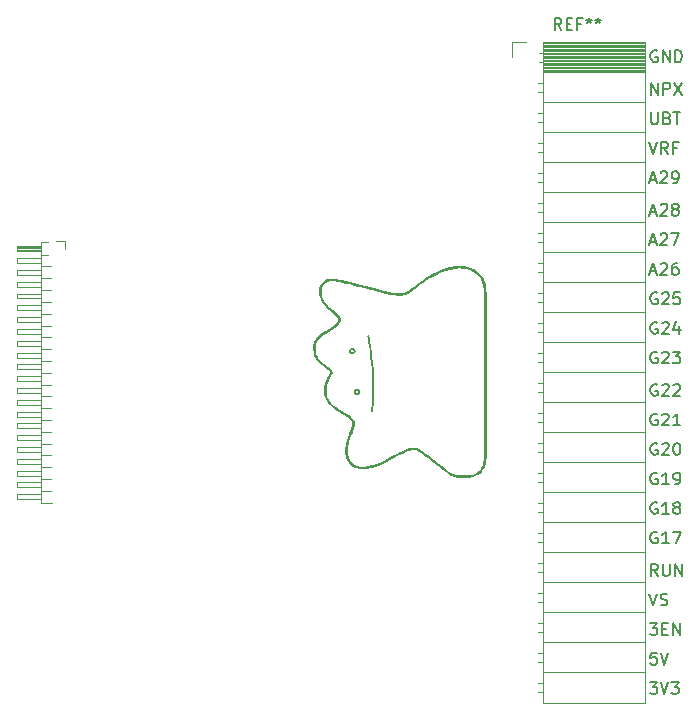
<source format=gto>
G04 #@! TF.GenerationSoftware,KiCad,Pcbnew,(6.0.6)*
G04 #@! TF.CreationDate,2022-06-27T20:25:50-07:00*
G04 #@! TF.ProjectId,adapter,61646170-7465-4722-9e6b-696361645f70,rev?*
G04 #@! TF.SameCoordinates,Original*
G04 #@! TF.FileFunction,Legend,Top*
G04 #@! TF.FilePolarity,Positive*
%FSLAX46Y46*%
G04 Gerber Fmt 4.6, Leading zero omitted, Abs format (unit mm)*
G04 Created by KiCad (PCBNEW (6.0.6)) date 2022-06-27 20:25:50*
%MOMM*%
%LPD*%
G01*
G04 APERTURE LIST*
%ADD10C,0.150000*%
%ADD11C,0.120000*%
%ADD12O,0.850000X0.850000*%
%ADD13R,0.850000X0.850000*%
%ADD14R,1.700000X1.700000*%
%ADD15O,1.700000X1.700000*%
G04 APERTURE END LIST*
D10*
X156609404Y-108000000D02*
X156514166Y-107952380D01*
X156371309Y-107952380D01*
X156228452Y-108000000D01*
X156133214Y-108095238D01*
X156085595Y-108190476D01*
X156037976Y-108380952D01*
X156037976Y-108523809D01*
X156085595Y-108714285D01*
X156133214Y-108809523D01*
X156228452Y-108904761D01*
X156371309Y-108952380D01*
X156466547Y-108952380D01*
X156609404Y-108904761D01*
X156657023Y-108857142D01*
X156657023Y-108523809D01*
X156466547Y-108523809D01*
X157609404Y-108952380D02*
X157037976Y-108952380D01*
X157323690Y-108952380D02*
X157323690Y-107952380D01*
X157228452Y-108095238D01*
X157133214Y-108190476D01*
X157037976Y-108238095D01*
X157942738Y-107952380D02*
X158609404Y-107952380D01*
X158180833Y-108952380D01*
X156561785Y-118202380D02*
X156085595Y-118202380D01*
X156037976Y-118678571D01*
X156085595Y-118630952D01*
X156180833Y-118583333D01*
X156418928Y-118583333D01*
X156514166Y-118630952D01*
X156561785Y-118678571D01*
X156609404Y-118773809D01*
X156609404Y-119011904D01*
X156561785Y-119107142D01*
X156514166Y-119154761D01*
X156418928Y-119202380D01*
X156180833Y-119202380D01*
X156085595Y-119154761D01*
X156037976Y-119107142D01*
X156895119Y-118202380D02*
X157228452Y-119202380D01*
X157561785Y-118202380D01*
X155990357Y-115702380D02*
X156609404Y-115702380D01*
X156276071Y-116083333D01*
X156418928Y-116083333D01*
X156514166Y-116130952D01*
X156561785Y-116178571D01*
X156609404Y-116273809D01*
X156609404Y-116511904D01*
X156561785Y-116607142D01*
X156514166Y-116654761D01*
X156418928Y-116702380D01*
X156133214Y-116702380D01*
X156037976Y-116654761D01*
X155990357Y-116607142D01*
X157037976Y-116178571D02*
X157371309Y-116178571D01*
X157514166Y-116702380D02*
X157037976Y-116702380D01*
X157037976Y-115702380D01*
X157514166Y-115702380D01*
X157942738Y-116702380D02*
X157942738Y-115702380D01*
X158514166Y-116702380D01*
X158514166Y-115702380D01*
X156657023Y-111702380D02*
X156323690Y-111226190D01*
X156085595Y-111702380D02*
X156085595Y-110702380D01*
X156466547Y-110702380D01*
X156561785Y-110750000D01*
X156609404Y-110797619D01*
X156657023Y-110892857D01*
X156657023Y-111035714D01*
X156609404Y-111130952D01*
X156561785Y-111178571D01*
X156466547Y-111226190D01*
X156085595Y-111226190D01*
X157085595Y-110702380D02*
X157085595Y-111511904D01*
X157133214Y-111607142D01*
X157180833Y-111654761D01*
X157276071Y-111702380D01*
X157466547Y-111702380D01*
X157561785Y-111654761D01*
X157609404Y-111607142D01*
X157657023Y-111511904D01*
X157657023Y-110702380D01*
X158133214Y-111702380D02*
X158133214Y-110702380D01*
X158704642Y-111702380D01*
X158704642Y-110702380D01*
X155990357Y-120702380D02*
X156609404Y-120702380D01*
X156276071Y-121083333D01*
X156418928Y-121083333D01*
X156514166Y-121130952D01*
X156561785Y-121178571D01*
X156609404Y-121273809D01*
X156609404Y-121511904D01*
X156561785Y-121607142D01*
X156514166Y-121654761D01*
X156418928Y-121702380D01*
X156133214Y-121702380D01*
X156037976Y-121654761D01*
X155990357Y-121607142D01*
X156895119Y-120702380D02*
X157228452Y-121702380D01*
X157561785Y-120702380D01*
X157799880Y-120702380D02*
X158418928Y-120702380D01*
X158085595Y-121083333D01*
X158228452Y-121083333D01*
X158323690Y-121130952D01*
X158371309Y-121178571D01*
X158418928Y-121273809D01*
X158418928Y-121511904D01*
X158371309Y-121607142D01*
X158323690Y-121654761D01*
X158228452Y-121702380D01*
X157942738Y-121702380D01*
X157847500Y-121654761D01*
X157799880Y-121607142D01*
X155942738Y-113202380D02*
X156276071Y-114202380D01*
X156609404Y-113202380D01*
X156895119Y-114154761D02*
X157037976Y-114202380D01*
X157276071Y-114202380D01*
X157371309Y-114154761D01*
X157418928Y-114107142D01*
X157466547Y-114011904D01*
X157466547Y-113916666D01*
X157418928Y-113821428D01*
X157371309Y-113773809D01*
X157276071Y-113726190D01*
X157085595Y-113678571D01*
X156990357Y-113630952D01*
X156942738Y-113583333D01*
X156895119Y-113488095D01*
X156895119Y-113392857D01*
X156942738Y-113297619D01*
X156990357Y-113250000D01*
X157085595Y-113202380D01*
X157323690Y-113202380D01*
X157466547Y-113250000D01*
X156609404Y-103000000D02*
X156514166Y-102952380D01*
X156371309Y-102952380D01*
X156228452Y-103000000D01*
X156133214Y-103095238D01*
X156085595Y-103190476D01*
X156037976Y-103380952D01*
X156037976Y-103523809D01*
X156085595Y-103714285D01*
X156133214Y-103809523D01*
X156228452Y-103904761D01*
X156371309Y-103952380D01*
X156466547Y-103952380D01*
X156609404Y-103904761D01*
X156657023Y-103857142D01*
X156657023Y-103523809D01*
X156466547Y-103523809D01*
X157609404Y-103952380D02*
X157037976Y-103952380D01*
X157323690Y-103952380D02*
X157323690Y-102952380D01*
X157228452Y-103095238D01*
X157133214Y-103190476D01*
X157037976Y-103238095D01*
X158085595Y-103952380D02*
X158276071Y-103952380D01*
X158371309Y-103904761D01*
X158418928Y-103857142D01*
X158514166Y-103714285D01*
X158561785Y-103523809D01*
X158561785Y-103142857D01*
X158514166Y-103047619D01*
X158466547Y-103000000D01*
X158371309Y-102952380D01*
X158180833Y-102952380D01*
X158085595Y-103000000D01*
X158037976Y-103047619D01*
X157990357Y-103142857D01*
X157990357Y-103380952D01*
X158037976Y-103476190D01*
X158085595Y-103523809D01*
X158180833Y-103571428D01*
X158371309Y-103571428D01*
X158466547Y-103523809D01*
X158514166Y-103476190D01*
X158561785Y-103380952D01*
X156609404Y-105500000D02*
X156514166Y-105452380D01*
X156371309Y-105452380D01*
X156228452Y-105500000D01*
X156133214Y-105595238D01*
X156085595Y-105690476D01*
X156037976Y-105880952D01*
X156037976Y-106023809D01*
X156085595Y-106214285D01*
X156133214Y-106309523D01*
X156228452Y-106404761D01*
X156371309Y-106452380D01*
X156466547Y-106452380D01*
X156609404Y-106404761D01*
X156657023Y-106357142D01*
X156657023Y-106023809D01*
X156466547Y-106023809D01*
X157609404Y-106452380D02*
X157037976Y-106452380D01*
X157323690Y-106452380D02*
X157323690Y-105452380D01*
X157228452Y-105595238D01*
X157133214Y-105690476D01*
X157037976Y-105738095D01*
X158180833Y-105880952D02*
X158085595Y-105833333D01*
X158037976Y-105785714D01*
X157990357Y-105690476D01*
X157990357Y-105642857D01*
X158037976Y-105547619D01*
X158085595Y-105500000D01*
X158180833Y-105452380D01*
X158371309Y-105452380D01*
X158466547Y-105500000D01*
X158514166Y-105547619D01*
X158561785Y-105642857D01*
X158561785Y-105690476D01*
X158514166Y-105785714D01*
X158466547Y-105833333D01*
X158371309Y-105880952D01*
X158180833Y-105880952D01*
X158085595Y-105928571D01*
X158037976Y-105976190D01*
X157990357Y-106071428D01*
X157990357Y-106261904D01*
X158037976Y-106357142D01*
X158085595Y-106404761D01*
X158180833Y-106452380D01*
X158371309Y-106452380D01*
X158466547Y-106404761D01*
X158514166Y-106357142D01*
X158561785Y-106261904D01*
X158561785Y-106071428D01*
X158514166Y-105976190D01*
X158466547Y-105928571D01*
X158371309Y-105880952D01*
X156609404Y-95500000D02*
X156514166Y-95452380D01*
X156371309Y-95452380D01*
X156228452Y-95500000D01*
X156133214Y-95595238D01*
X156085595Y-95690476D01*
X156037976Y-95880952D01*
X156037976Y-96023809D01*
X156085595Y-96214285D01*
X156133214Y-96309523D01*
X156228452Y-96404761D01*
X156371309Y-96452380D01*
X156466547Y-96452380D01*
X156609404Y-96404761D01*
X156657023Y-96357142D01*
X156657023Y-96023809D01*
X156466547Y-96023809D01*
X157037976Y-95547619D02*
X157085595Y-95500000D01*
X157180833Y-95452380D01*
X157418928Y-95452380D01*
X157514166Y-95500000D01*
X157561785Y-95547619D01*
X157609404Y-95642857D01*
X157609404Y-95738095D01*
X157561785Y-95880952D01*
X156990357Y-96452380D01*
X157609404Y-96452380D01*
X157990357Y-95547619D02*
X158037976Y-95500000D01*
X158133214Y-95452380D01*
X158371309Y-95452380D01*
X158466547Y-95500000D01*
X158514166Y-95547619D01*
X158561785Y-95642857D01*
X158561785Y-95738095D01*
X158514166Y-95880952D01*
X157942738Y-96452380D01*
X158561785Y-96452380D01*
X156609404Y-98000000D02*
X156514166Y-97952380D01*
X156371309Y-97952380D01*
X156228452Y-98000000D01*
X156133214Y-98095238D01*
X156085595Y-98190476D01*
X156037976Y-98380952D01*
X156037976Y-98523809D01*
X156085595Y-98714285D01*
X156133214Y-98809523D01*
X156228452Y-98904761D01*
X156371309Y-98952380D01*
X156466547Y-98952380D01*
X156609404Y-98904761D01*
X156657023Y-98857142D01*
X156657023Y-98523809D01*
X156466547Y-98523809D01*
X157037976Y-98047619D02*
X157085595Y-98000000D01*
X157180833Y-97952380D01*
X157418928Y-97952380D01*
X157514166Y-98000000D01*
X157561785Y-98047619D01*
X157609404Y-98142857D01*
X157609404Y-98238095D01*
X157561785Y-98380952D01*
X156990357Y-98952380D01*
X157609404Y-98952380D01*
X158561785Y-98952380D02*
X157990357Y-98952380D01*
X158276071Y-98952380D02*
X158276071Y-97952380D01*
X158180833Y-98095238D01*
X158085595Y-98190476D01*
X157990357Y-98238095D01*
X156609404Y-90250000D02*
X156514166Y-90202380D01*
X156371309Y-90202380D01*
X156228452Y-90250000D01*
X156133214Y-90345238D01*
X156085595Y-90440476D01*
X156037976Y-90630952D01*
X156037976Y-90773809D01*
X156085595Y-90964285D01*
X156133214Y-91059523D01*
X156228452Y-91154761D01*
X156371309Y-91202380D01*
X156466547Y-91202380D01*
X156609404Y-91154761D01*
X156657023Y-91107142D01*
X156657023Y-90773809D01*
X156466547Y-90773809D01*
X157037976Y-90297619D02*
X157085595Y-90250000D01*
X157180833Y-90202380D01*
X157418928Y-90202380D01*
X157514166Y-90250000D01*
X157561785Y-90297619D01*
X157609404Y-90392857D01*
X157609404Y-90488095D01*
X157561785Y-90630952D01*
X156990357Y-91202380D01*
X157609404Y-91202380D01*
X158466547Y-90535714D02*
X158466547Y-91202380D01*
X158228452Y-90154761D02*
X157990357Y-90869047D01*
X158609404Y-90869047D01*
X156609404Y-87750000D02*
X156514166Y-87702380D01*
X156371309Y-87702380D01*
X156228452Y-87750000D01*
X156133214Y-87845238D01*
X156085595Y-87940476D01*
X156037976Y-88130952D01*
X156037976Y-88273809D01*
X156085595Y-88464285D01*
X156133214Y-88559523D01*
X156228452Y-88654761D01*
X156371309Y-88702380D01*
X156466547Y-88702380D01*
X156609404Y-88654761D01*
X156657023Y-88607142D01*
X156657023Y-88273809D01*
X156466547Y-88273809D01*
X157037976Y-87797619D02*
X157085595Y-87750000D01*
X157180833Y-87702380D01*
X157418928Y-87702380D01*
X157514166Y-87750000D01*
X157561785Y-87797619D01*
X157609404Y-87892857D01*
X157609404Y-87988095D01*
X157561785Y-88130952D01*
X156990357Y-88702380D01*
X157609404Y-88702380D01*
X158514166Y-87702380D02*
X158037976Y-87702380D01*
X157990357Y-88178571D01*
X158037976Y-88130952D01*
X158133214Y-88083333D01*
X158371309Y-88083333D01*
X158466547Y-88130952D01*
X158514166Y-88178571D01*
X158561785Y-88273809D01*
X158561785Y-88511904D01*
X158514166Y-88607142D01*
X158466547Y-88654761D01*
X158371309Y-88702380D01*
X158133214Y-88702380D01*
X158037976Y-88654761D01*
X157990357Y-88607142D01*
X156609404Y-100500000D02*
X156514166Y-100452380D01*
X156371309Y-100452380D01*
X156228452Y-100500000D01*
X156133214Y-100595238D01*
X156085595Y-100690476D01*
X156037976Y-100880952D01*
X156037976Y-101023809D01*
X156085595Y-101214285D01*
X156133214Y-101309523D01*
X156228452Y-101404761D01*
X156371309Y-101452380D01*
X156466547Y-101452380D01*
X156609404Y-101404761D01*
X156657023Y-101357142D01*
X156657023Y-101023809D01*
X156466547Y-101023809D01*
X157037976Y-100547619D02*
X157085595Y-100500000D01*
X157180833Y-100452380D01*
X157418928Y-100452380D01*
X157514166Y-100500000D01*
X157561785Y-100547619D01*
X157609404Y-100642857D01*
X157609404Y-100738095D01*
X157561785Y-100880952D01*
X156990357Y-101452380D01*
X157609404Y-101452380D01*
X158228452Y-100452380D02*
X158323690Y-100452380D01*
X158418928Y-100500000D01*
X158466547Y-100547619D01*
X158514166Y-100642857D01*
X158561785Y-100833333D01*
X158561785Y-101071428D01*
X158514166Y-101261904D01*
X158466547Y-101357142D01*
X158418928Y-101404761D01*
X158323690Y-101452380D01*
X158228452Y-101452380D01*
X158133214Y-101404761D01*
X158085595Y-101357142D01*
X158037976Y-101261904D01*
X157990357Y-101071428D01*
X157990357Y-100833333D01*
X158037976Y-100642857D01*
X158085595Y-100547619D01*
X158133214Y-100500000D01*
X158228452Y-100452380D01*
X156609404Y-92750000D02*
X156514166Y-92702380D01*
X156371309Y-92702380D01*
X156228452Y-92750000D01*
X156133214Y-92845238D01*
X156085595Y-92940476D01*
X156037976Y-93130952D01*
X156037976Y-93273809D01*
X156085595Y-93464285D01*
X156133214Y-93559523D01*
X156228452Y-93654761D01*
X156371309Y-93702380D01*
X156466547Y-93702380D01*
X156609404Y-93654761D01*
X156657023Y-93607142D01*
X156657023Y-93273809D01*
X156466547Y-93273809D01*
X157037976Y-92797619D02*
X157085595Y-92750000D01*
X157180833Y-92702380D01*
X157418928Y-92702380D01*
X157514166Y-92750000D01*
X157561785Y-92797619D01*
X157609404Y-92892857D01*
X157609404Y-92988095D01*
X157561785Y-93130952D01*
X156990357Y-93702380D01*
X157609404Y-93702380D01*
X157942738Y-92702380D02*
X158561785Y-92702380D01*
X158228452Y-93083333D01*
X158371309Y-93083333D01*
X158466547Y-93130952D01*
X158514166Y-93178571D01*
X158561785Y-93273809D01*
X158561785Y-93511904D01*
X158514166Y-93607142D01*
X158466547Y-93654761D01*
X158371309Y-93702380D01*
X158085595Y-93702380D01*
X157990357Y-93654761D01*
X157942738Y-93607142D01*
X156037976Y-85916666D02*
X156514166Y-85916666D01*
X155942738Y-86202380D02*
X156276071Y-85202380D01*
X156609404Y-86202380D01*
X156895119Y-85297619D02*
X156942738Y-85250000D01*
X157037976Y-85202380D01*
X157276071Y-85202380D01*
X157371309Y-85250000D01*
X157418928Y-85297619D01*
X157466547Y-85392857D01*
X157466547Y-85488095D01*
X157418928Y-85630952D01*
X156847500Y-86202380D01*
X157466547Y-86202380D01*
X158323690Y-85202380D02*
X158133214Y-85202380D01*
X158037976Y-85250000D01*
X157990357Y-85297619D01*
X157895119Y-85440476D01*
X157847500Y-85630952D01*
X157847500Y-86011904D01*
X157895119Y-86107142D01*
X157942738Y-86154761D01*
X158037976Y-86202380D01*
X158228452Y-86202380D01*
X158323690Y-86154761D01*
X158371309Y-86107142D01*
X158418928Y-86011904D01*
X158418928Y-85773809D01*
X158371309Y-85678571D01*
X158323690Y-85630952D01*
X158228452Y-85583333D01*
X158037976Y-85583333D01*
X157942738Y-85630952D01*
X157895119Y-85678571D01*
X157847500Y-85773809D01*
X156037976Y-80916666D02*
X156514166Y-80916666D01*
X155942738Y-81202380D02*
X156276071Y-80202380D01*
X156609404Y-81202380D01*
X156895119Y-80297619D02*
X156942738Y-80250000D01*
X157037976Y-80202380D01*
X157276071Y-80202380D01*
X157371309Y-80250000D01*
X157418928Y-80297619D01*
X157466547Y-80392857D01*
X157466547Y-80488095D01*
X157418928Y-80630952D01*
X156847500Y-81202380D01*
X157466547Y-81202380D01*
X158037976Y-80630952D02*
X157942738Y-80583333D01*
X157895119Y-80535714D01*
X157847500Y-80440476D01*
X157847500Y-80392857D01*
X157895119Y-80297619D01*
X157942738Y-80250000D01*
X158037976Y-80202380D01*
X158228452Y-80202380D01*
X158323690Y-80250000D01*
X158371309Y-80297619D01*
X158418928Y-80392857D01*
X158418928Y-80440476D01*
X158371309Y-80535714D01*
X158323690Y-80583333D01*
X158228452Y-80630952D01*
X158037976Y-80630952D01*
X157942738Y-80678571D01*
X157895119Y-80726190D01*
X157847500Y-80821428D01*
X157847500Y-81011904D01*
X157895119Y-81107142D01*
X157942738Y-81154761D01*
X158037976Y-81202380D01*
X158228452Y-81202380D01*
X158323690Y-81154761D01*
X158371309Y-81107142D01*
X158418928Y-81011904D01*
X158418928Y-80821428D01*
X158371309Y-80726190D01*
X158323690Y-80678571D01*
X158228452Y-80630952D01*
X156037976Y-78166666D02*
X156514166Y-78166666D01*
X155942738Y-78452380D02*
X156276071Y-77452380D01*
X156609404Y-78452380D01*
X156895119Y-77547619D02*
X156942738Y-77500000D01*
X157037976Y-77452380D01*
X157276071Y-77452380D01*
X157371309Y-77500000D01*
X157418928Y-77547619D01*
X157466547Y-77642857D01*
X157466547Y-77738095D01*
X157418928Y-77880952D01*
X156847500Y-78452380D01*
X157466547Y-78452380D01*
X157942738Y-78452380D02*
X158133214Y-78452380D01*
X158228452Y-78404761D01*
X158276071Y-78357142D01*
X158371309Y-78214285D01*
X158418928Y-78023809D01*
X158418928Y-77642857D01*
X158371309Y-77547619D01*
X158323690Y-77500000D01*
X158228452Y-77452380D01*
X158037976Y-77452380D01*
X157942738Y-77500000D01*
X157895119Y-77547619D01*
X157847500Y-77642857D01*
X157847500Y-77880952D01*
X157895119Y-77976190D01*
X157942738Y-78023809D01*
X158037976Y-78071428D01*
X158228452Y-78071428D01*
X158323690Y-78023809D01*
X158371309Y-77976190D01*
X158418928Y-77880952D01*
X156037976Y-83416666D02*
X156514166Y-83416666D01*
X155942738Y-83702380D02*
X156276071Y-82702380D01*
X156609404Y-83702380D01*
X156895119Y-82797619D02*
X156942738Y-82750000D01*
X157037976Y-82702380D01*
X157276071Y-82702380D01*
X157371309Y-82750000D01*
X157418928Y-82797619D01*
X157466547Y-82892857D01*
X157466547Y-82988095D01*
X157418928Y-83130952D01*
X156847500Y-83702380D01*
X157466547Y-83702380D01*
X157799880Y-82702380D02*
X158466547Y-82702380D01*
X158037976Y-83702380D01*
X155942738Y-74952380D02*
X156276071Y-75952380D01*
X156609404Y-74952380D01*
X157514166Y-75952380D02*
X157180833Y-75476190D01*
X156942738Y-75952380D02*
X156942738Y-74952380D01*
X157323690Y-74952380D01*
X157418928Y-75000000D01*
X157466547Y-75047619D01*
X157514166Y-75142857D01*
X157514166Y-75285714D01*
X157466547Y-75380952D01*
X157418928Y-75428571D01*
X157323690Y-75476190D01*
X156942738Y-75476190D01*
X158276071Y-75428571D02*
X157942738Y-75428571D01*
X157942738Y-75952380D02*
X157942738Y-74952380D01*
X158418928Y-74952380D01*
X156085595Y-72452380D02*
X156085595Y-73261904D01*
X156133214Y-73357142D01*
X156180833Y-73404761D01*
X156276071Y-73452380D01*
X156466547Y-73452380D01*
X156561785Y-73404761D01*
X156609404Y-73357142D01*
X156657023Y-73261904D01*
X156657023Y-72452380D01*
X157466547Y-72928571D02*
X157609404Y-72976190D01*
X157657023Y-73023809D01*
X157704642Y-73119047D01*
X157704642Y-73261904D01*
X157657023Y-73357142D01*
X157609404Y-73404761D01*
X157514166Y-73452380D01*
X157133214Y-73452380D01*
X157133214Y-72452380D01*
X157466547Y-72452380D01*
X157561785Y-72500000D01*
X157609404Y-72547619D01*
X157657023Y-72642857D01*
X157657023Y-72738095D01*
X157609404Y-72833333D01*
X157561785Y-72880952D01*
X157466547Y-72928571D01*
X157133214Y-72928571D01*
X157990357Y-72452380D02*
X158561785Y-72452380D01*
X158276071Y-73452380D02*
X158276071Y-72452380D01*
X156085595Y-70952380D02*
X156085595Y-69952380D01*
X156657023Y-70952380D01*
X156657023Y-69952380D01*
X157133214Y-70952380D02*
X157133214Y-69952380D01*
X157514166Y-69952380D01*
X157609404Y-70000000D01*
X157657023Y-70047619D01*
X157704642Y-70142857D01*
X157704642Y-70285714D01*
X157657023Y-70380952D01*
X157609404Y-70428571D01*
X157514166Y-70476190D01*
X157133214Y-70476190D01*
X158037976Y-69952380D02*
X158704642Y-70952380D01*
X158704642Y-69952380D02*
X158037976Y-70952380D01*
X156609404Y-67250000D02*
X156514166Y-67202380D01*
X156371309Y-67202380D01*
X156228452Y-67250000D01*
X156133214Y-67345238D01*
X156085595Y-67440476D01*
X156037976Y-67630952D01*
X156037976Y-67773809D01*
X156085595Y-67964285D01*
X156133214Y-68059523D01*
X156228452Y-68154761D01*
X156371309Y-68202380D01*
X156466547Y-68202380D01*
X156609404Y-68154761D01*
X156657023Y-68107142D01*
X156657023Y-67773809D01*
X156466547Y-67773809D01*
X157085595Y-68202380D02*
X157085595Y-67202380D01*
X157657023Y-68202380D01*
X157657023Y-67202380D01*
X158133214Y-68202380D02*
X158133214Y-67202380D01*
X158371309Y-67202380D01*
X158514166Y-67250000D01*
X158609404Y-67345238D01*
X158657023Y-67440476D01*
X158704642Y-67630952D01*
X158704642Y-67773809D01*
X158657023Y-67964285D01*
X158609404Y-68059523D01*
X158514166Y-68154761D01*
X158371309Y-68202380D01*
X158133214Y-68202380D01*
X148509166Y-65482380D02*
X148175833Y-65006190D01*
X147937738Y-65482380D02*
X147937738Y-64482380D01*
X148318690Y-64482380D01*
X148413928Y-64530000D01*
X148461547Y-64577619D01*
X148509166Y-64672857D01*
X148509166Y-64815714D01*
X148461547Y-64910952D01*
X148413928Y-64958571D01*
X148318690Y-65006190D01*
X147937738Y-65006190D01*
X148937738Y-64958571D02*
X149271071Y-64958571D01*
X149413928Y-65482380D02*
X148937738Y-65482380D01*
X148937738Y-64482380D01*
X149413928Y-64482380D01*
X150175833Y-64958571D02*
X149842500Y-64958571D01*
X149842500Y-65482380D02*
X149842500Y-64482380D01*
X150318690Y-64482380D01*
X150842500Y-64482380D02*
X150842500Y-64720476D01*
X150604404Y-64625238D02*
X150842500Y-64720476D01*
X151080595Y-64625238D01*
X150699642Y-64910952D02*
X150842500Y-64720476D01*
X150985357Y-64910952D01*
X151604404Y-64482380D02*
X151604404Y-64720476D01*
X151366309Y-64625238D02*
X151604404Y-64720476D01*
X151842500Y-64625238D01*
X151461547Y-64910952D02*
X151604404Y-64720476D01*
X151747261Y-64910952D01*
D11*
X104440000Y-103790000D02*
X102440000Y-103790000D01*
X102440000Y-101790000D02*
X102440000Y-102210000D01*
X102440000Y-105210000D02*
X104440000Y-105210000D01*
X104440000Y-85790000D02*
X102440000Y-85790000D01*
X102440000Y-87210000D02*
X104440000Y-87210000D01*
X105281785Y-90500000D02*
X104440000Y-90500000D01*
X102440000Y-102790000D02*
X102440000Y-103210000D01*
X104440000Y-100790000D02*
X102440000Y-100790000D01*
X102440000Y-88790000D02*
X102440000Y-89210000D01*
X102440000Y-103790000D02*
X102440000Y-104210000D01*
X102440000Y-84790000D02*
X102440000Y-85210000D01*
X104440000Y-83970000D02*
X102440000Y-83970000D01*
X102440000Y-85210000D02*
X104440000Y-85210000D01*
X104440000Y-104790000D02*
X102440000Y-104790000D01*
X102440000Y-100790000D02*
X102440000Y-101210000D01*
X102440000Y-97790000D02*
X102440000Y-98210000D01*
X104440000Y-101790000D02*
X102440000Y-101790000D01*
X104440000Y-84090000D02*
X102440000Y-84090000D01*
X102440000Y-96210000D02*
X104440000Y-96210000D01*
X105281785Y-86500000D02*
X104440000Y-86500000D01*
X102440000Y-83790000D02*
X102440000Y-84210000D01*
X102440000Y-95790000D02*
X102440000Y-96210000D01*
X104440000Y-91790000D02*
X102440000Y-91790000D01*
X102440000Y-91210000D02*
X104440000Y-91210000D01*
X102440000Y-96790000D02*
X102440000Y-97210000D01*
X102440000Y-101210000D02*
X104440000Y-101210000D01*
X104440000Y-89790000D02*
X102440000Y-89790000D01*
X104440000Y-86790000D02*
X102440000Y-86790000D01*
X105281785Y-91500000D02*
X104440000Y-91500000D01*
X102440000Y-100210000D02*
X104440000Y-100210000D01*
X105281785Y-99500000D02*
X104440000Y-99500000D01*
X102440000Y-98790000D02*
X102440000Y-99210000D01*
X105281785Y-88500000D02*
X104440000Y-88500000D01*
X105281785Y-94500000D02*
X104440000Y-94500000D01*
X102440000Y-99790000D02*
X102440000Y-100210000D01*
X104440000Y-99790000D02*
X102440000Y-99790000D01*
X104440000Y-93790000D02*
X102440000Y-93790000D01*
X104440000Y-90790000D02*
X102440000Y-90790000D01*
X104440000Y-102790000D02*
X102440000Y-102790000D01*
X102440000Y-93790000D02*
X102440000Y-94210000D01*
X102440000Y-94790000D02*
X102440000Y-95210000D01*
X104440000Y-94790000D02*
X102440000Y-94790000D01*
X102440000Y-104790000D02*
X102440000Y-105210000D01*
X105281785Y-104500000D02*
X104440000Y-104500000D01*
X104440000Y-83790000D02*
X102440000Y-83790000D01*
X102440000Y-99210000D02*
X104440000Y-99210000D01*
X102440000Y-89790000D02*
X102440000Y-90210000D01*
X105281785Y-98500000D02*
X104440000Y-98500000D01*
X102440000Y-90790000D02*
X102440000Y-91210000D01*
X104440000Y-88790000D02*
X102440000Y-88790000D01*
X102440000Y-91790000D02*
X102440000Y-92210000D01*
X105281785Y-96500000D02*
X104440000Y-96500000D01*
X102440000Y-94210000D02*
X104440000Y-94210000D01*
X102440000Y-92790000D02*
X102440000Y-93210000D01*
X102440000Y-87790000D02*
X102440000Y-88210000D01*
X102440000Y-86210000D02*
X104440000Y-86210000D01*
X104440000Y-83850000D02*
X102440000Y-83850000D01*
X102440000Y-92210000D02*
X104440000Y-92210000D01*
X104440000Y-98790000D02*
X102440000Y-98790000D01*
X105281785Y-103500000D02*
X104440000Y-103500000D01*
X102440000Y-103210000D02*
X104440000Y-103210000D01*
X102440000Y-84210000D02*
X104440000Y-84210000D01*
X105281785Y-100500000D02*
X104440000Y-100500000D01*
X105281785Y-89500000D02*
X104440000Y-89500000D01*
X104440000Y-84790000D02*
X102440000Y-84790000D01*
X105281785Y-85500000D02*
X104440000Y-85500000D01*
X105281785Y-97500000D02*
X104440000Y-97500000D01*
X102440000Y-86790000D02*
X102440000Y-87210000D01*
X105281785Y-102500000D02*
X104440000Y-102500000D01*
X102440000Y-97210000D02*
X104440000Y-97210000D01*
X104440000Y-83440000D02*
X104440000Y-105560000D01*
X104440000Y-87790000D02*
X102440000Y-87790000D01*
X104440000Y-97790000D02*
X102440000Y-97790000D01*
X102440000Y-90210000D02*
X104440000Y-90210000D01*
X105065000Y-83440000D02*
X104440000Y-83440000D01*
X105281785Y-93500000D02*
X104440000Y-93500000D01*
X104440000Y-105560000D02*
X105355507Y-105560000D01*
X102440000Y-85790000D02*
X102440000Y-86210000D01*
X102440000Y-95210000D02*
X104440000Y-95210000D01*
X102440000Y-98210000D02*
X104440000Y-98210000D01*
X102440000Y-88210000D02*
X104440000Y-88210000D01*
X105281785Y-101500000D02*
X104440000Y-101500000D01*
X105281785Y-95500000D02*
X104440000Y-95500000D01*
X104440000Y-96790000D02*
X102440000Y-96790000D01*
X105281785Y-92500000D02*
X104440000Y-92500000D01*
X102440000Y-102210000D02*
X104440000Y-102210000D01*
X105065000Y-84500000D02*
X104440000Y-84500000D01*
X106435000Y-84000000D02*
X106435000Y-83315000D01*
X106435000Y-83315000D02*
X105750000Y-83315000D01*
X102440000Y-89210000D02*
X104440000Y-89210000D01*
X105281785Y-87500000D02*
X104440000Y-87500000D01*
X104440000Y-92790000D02*
X102440000Y-92790000D01*
X102440000Y-93210000D02*
X104440000Y-93210000D01*
X102440000Y-104210000D02*
X104440000Y-104210000D01*
X104440000Y-95790000D02*
X102440000Y-95790000D01*
X155552500Y-81770000D02*
X146922500Y-81770000D01*
X155552500Y-68361425D02*
X146922500Y-68361425D01*
X146922500Y-103720000D02*
X146512500Y-103720000D01*
X155552500Y-67298570D02*
X146922500Y-67298570D01*
X146922500Y-78320000D02*
X146512500Y-78320000D01*
X155552500Y-69070000D02*
X146922500Y-69070000D01*
X146922500Y-80860000D02*
X146512500Y-80860000D01*
X155552500Y-122470000D02*
X146922500Y-122470000D01*
X155552500Y-67534760D02*
X146922500Y-67534760D01*
X155552500Y-68597615D02*
X146922500Y-68597615D01*
X146922500Y-108080000D02*
X146512500Y-108080000D01*
X146922500Y-87760000D02*
X146512500Y-87760000D01*
X155552500Y-71610000D02*
X146922500Y-71610000D01*
X144352500Y-66470000D02*
X144352500Y-67800000D01*
X146922500Y-121500000D02*
X146512500Y-121500000D01*
X146922500Y-118960000D02*
X146512500Y-118960000D01*
X146922500Y-113160000D02*
X146512500Y-113160000D01*
X155552500Y-66470000D02*
X155552500Y-122470000D01*
X146922500Y-108800000D02*
X146512500Y-108800000D01*
X155552500Y-67062380D02*
X146922500Y-67062380D01*
X146922500Y-103000000D02*
X146512500Y-103000000D01*
X146922500Y-92840000D02*
X146512500Y-92840000D01*
X146922500Y-101180000D02*
X146512500Y-101180000D01*
X146922500Y-69980000D02*
X146512500Y-69980000D01*
X146922500Y-70700000D02*
X146512500Y-70700000D01*
X146922500Y-77600000D02*
X146512500Y-77600000D01*
X155552500Y-119870000D02*
X146922500Y-119870000D01*
X155552500Y-112250000D02*
X146922500Y-112250000D01*
X155552500Y-117330000D02*
X146922500Y-117330000D01*
X145462500Y-66470000D02*
X144352500Y-66470000D01*
X155552500Y-94470000D02*
X146922500Y-94470000D01*
X155552500Y-104630000D02*
X146922500Y-104630000D01*
X146922500Y-106260000D02*
X146512500Y-106260000D01*
X155552500Y-66470000D02*
X146922500Y-66470000D01*
X146922500Y-105540000D02*
X146512500Y-105540000D01*
X155552500Y-68479520D02*
X146922500Y-68479520D01*
X155552500Y-109710000D02*
X146922500Y-109710000D01*
X155552500Y-67889045D02*
X146922500Y-67889045D01*
X155552500Y-67180475D02*
X146922500Y-67180475D01*
X155552500Y-67416665D02*
X146922500Y-67416665D01*
X146922500Y-82680000D02*
X146512500Y-82680000D01*
X146922500Y-110620000D02*
X146512500Y-110620000D01*
X155552500Y-68007140D02*
X146922500Y-68007140D01*
X146922500Y-97920000D02*
X146512500Y-97920000D01*
X155552500Y-68125235D02*
X146922500Y-68125235D01*
X146922500Y-90300000D02*
X146512500Y-90300000D01*
X146922500Y-66470000D02*
X146922500Y-122470000D01*
X146922500Y-73240000D02*
X146512500Y-73240000D01*
X146922500Y-95380000D02*
X146512500Y-95380000D01*
X155552500Y-67652855D02*
X146922500Y-67652855D01*
X155552500Y-66944285D02*
X146922500Y-66944285D01*
X146922500Y-68160000D02*
X146572500Y-68160000D01*
X155552500Y-66826190D02*
X146922500Y-66826190D01*
X146922500Y-111340000D02*
X146512500Y-111340000D01*
X146922500Y-96100000D02*
X146512500Y-96100000D01*
X146922500Y-98640000D02*
X146512500Y-98640000D01*
X155552500Y-68715710D02*
X146922500Y-68715710D01*
X146922500Y-91020000D02*
X146512500Y-91020000D01*
X155552500Y-84310000D02*
X146922500Y-84310000D01*
X155552500Y-68243330D02*
X146922500Y-68243330D01*
X146922500Y-93560000D02*
X146512500Y-93560000D01*
X155552500Y-89390000D02*
X146922500Y-89390000D01*
X146922500Y-100460000D02*
X146512500Y-100460000D01*
X146922500Y-85220000D02*
X146512500Y-85220000D01*
X155552500Y-74150000D02*
X146922500Y-74150000D01*
X146922500Y-118240000D02*
X146512500Y-118240000D01*
X146922500Y-83400000D02*
X146512500Y-83400000D01*
X146922500Y-88480000D02*
X146512500Y-88480000D01*
X146922500Y-113880000D02*
X146512500Y-113880000D01*
X146922500Y-115700000D02*
X146512500Y-115700000D01*
X155552500Y-68833805D02*
X146922500Y-68833805D01*
X146922500Y-80140000D02*
X146512500Y-80140000D01*
X155552500Y-114790000D02*
X146922500Y-114790000D01*
X155552500Y-97010000D02*
X146922500Y-97010000D01*
X146922500Y-120780000D02*
X146512500Y-120780000D01*
X155552500Y-66590000D02*
X146922500Y-66590000D01*
X155552500Y-68951900D02*
X146922500Y-68951900D01*
X155552500Y-107170000D02*
X146922500Y-107170000D01*
X155552500Y-66708095D02*
X146922500Y-66708095D01*
X146922500Y-75780000D02*
X146512500Y-75780000D01*
X155552500Y-99550000D02*
X146922500Y-99550000D01*
X146922500Y-75060000D02*
X146512500Y-75060000D01*
X146922500Y-67440000D02*
X146572500Y-67440000D01*
X155552500Y-67770950D02*
X146922500Y-67770950D01*
X155552500Y-79230000D02*
X146922500Y-79230000D01*
X146922500Y-85940000D02*
X146512500Y-85940000D01*
X155552500Y-86850000D02*
X146922500Y-86850000D01*
X155552500Y-76690000D02*
X146922500Y-76690000D01*
X155552500Y-91930000D02*
X146922500Y-91930000D01*
X146922500Y-72520000D02*
X146512500Y-72520000D01*
X146922500Y-116420000D02*
X146512500Y-116420000D01*
X155552500Y-102090000D02*
X146922500Y-102090000D01*
G36*
X132182272Y-91260119D02*
G01*
X132191030Y-91267533D01*
X132207982Y-91308957D01*
X132230178Y-91401283D01*
X132256826Y-91538783D01*
X132287131Y-91715728D01*
X132320299Y-91926390D01*
X132355536Y-92165043D01*
X132392048Y-92425956D01*
X132429041Y-92703403D01*
X132465721Y-92991656D01*
X132501293Y-93284986D01*
X132534965Y-93577665D01*
X132565942Y-93863966D01*
X132593429Y-94138161D01*
X132602786Y-94237892D01*
X132616591Y-94420113D01*
X132628807Y-94643453D01*
X132639289Y-94898159D01*
X132647889Y-95174477D01*
X132654462Y-95462653D01*
X132658863Y-95752932D01*
X132660943Y-96035562D01*
X132660558Y-96300789D01*
X132657562Y-96538857D01*
X132651807Y-96740014D01*
X132643149Y-96894506D01*
X132642678Y-96900336D01*
X132625635Y-97084140D01*
X132605349Y-97265476D01*
X132583231Y-97434886D01*
X132560690Y-97582907D01*
X132539137Y-97700080D01*
X132519983Y-97776945D01*
X132508221Y-97802272D01*
X132461821Y-97816743D01*
X132414118Y-97792868D01*
X132388411Y-97743662D01*
X132387892Y-97735036D01*
X132391807Y-97685904D01*
X132402467Y-97593640D01*
X132418245Y-97471445D01*
X132437513Y-97332518D01*
X132437543Y-97332309D01*
X132453627Y-97182889D01*
X132466809Y-96985101D01*
X132477095Y-96747454D01*
X132484491Y-96478455D01*
X132489002Y-96186613D01*
X132490634Y-95880437D01*
X132489393Y-95568435D01*
X132485284Y-95259116D01*
X132478313Y-94960987D01*
X132468487Y-94682557D01*
X132455809Y-94432335D01*
X132440287Y-94218829D01*
X132435424Y-94166704D01*
X132383764Y-93677010D01*
X132324356Y-93170151D01*
X132259858Y-92667298D01*
X132192925Y-92189625D01*
X132159402Y-91967008D01*
X132132963Y-91792373D01*
X132109892Y-91633079D01*
X132091569Y-91499216D01*
X132079371Y-91400871D01*
X132074676Y-91348133D01*
X132074663Y-91346776D01*
X132092503Y-91285347D01*
X132134256Y-91252455D01*
X132182272Y-91260119D01*
G37*
G36*
X140122808Y-103415943D02*
G01*
X139910144Y-103406019D01*
X139779439Y-103392604D01*
X139658335Y-103374432D01*
X139542462Y-103348922D01*
X139427449Y-103313493D01*
X139308926Y-103265565D01*
X139182522Y-103202555D01*
X139043866Y-103121884D01*
X138888589Y-103020970D01*
X138712319Y-102897232D01*
X138510687Y-102748089D01*
X138279321Y-102570961D01*
X138013851Y-102363266D01*
X137709907Y-102122423D01*
X137633367Y-102061487D01*
X137436767Y-101905577D01*
X137245325Y-101755088D01*
X137065748Y-101615194D01*
X136904740Y-101491069D01*
X136769008Y-101387886D01*
X136665256Y-101310821D01*
X136607245Y-101269731D01*
X136465215Y-101182021D01*
X136327443Y-101115945D01*
X136188928Y-101072492D01*
X136044673Y-101052648D01*
X135889679Y-101057402D01*
X135718946Y-101087741D01*
X135527477Y-101144652D01*
X135310271Y-101229123D01*
X135062332Y-101342143D01*
X134778659Y-101484697D01*
X134454254Y-101657775D01*
X134347569Y-101716169D01*
X134006175Y-101901005D01*
X133704384Y-102057686D01*
X133434399Y-102189626D01*
X133188423Y-102300241D01*
X132958662Y-102392945D01*
X132737317Y-102471155D01*
X132516593Y-102538285D01*
X132397359Y-102570497D01*
X132045676Y-102640849D01*
X131716862Y-102664659D01*
X131413423Y-102643146D01*
X131137865Y-102577528D01*
X130892695Y-102469025D01*
X130680418Y-102318855D01*
X130503541Y-102128236D01*
X130364571Y-101898387D01*
X130266013Y-101630527D01*
X130240215Y-101521660D01*
X130214008Y-101367807D01*
X130200302Y-101215442D01*
X130200274Y-101058361D01*
X130215097Y-100890363D01*
X130245948Y-100705243D01*
X130294003Y-100496799D01*
X130360436Y-100258828D01*
X130446422Y-99985127D01*
X130553139Y-99669493D01*
X130635693Y-99434641D01*
X130709973Y-99220340D01*
X130764488Y-99040777D01*
X130796167Y-98889494D01*
X130801938Y-98760035D01*
X130778727Y-98645943D01*
X130723463Y-98540761D01*
X130633073Y-98438031D01*
X130504484Y-98331298D01*
X130334624Y-98214103D01*
X130120421Y-98079990D01*
X129939013Y-97970528D01*
X129704253Y-97827520D01*
X129510926Y-97703885D01*
X129349886Y-97592823D01*
X129211990Y-97487531D01*
X129088090Y-97381207D01*
X128969041Y-97267051D01*
X128905743Y-97202048D01*
X128768855Y-97047760D01*
X128664556Y-96901860D01*
X128577219Y-96742430D01*
X128575543Y-96738962D01*
X128490519Y-96546454D01*
X128435387Y-96375945D01*
X128404624Y-96204833D01*
X128392707Y-96010516D01*
X128392342Y-95989126D01*
X128399053Y-95805932D01*
X128426756Y-95627309D01*
X128478884Y-95441457D01*
X128558870Y-95236574D01*
X128670146Y-95000859D01*
X128692858Y-94956017D01*
X128781959Y-94780332D01*
X128846932Y-94647352D01*
X128890125Y-94549361D01*
X128913884Y-94478641D01*
X128920556Y-94427474D01*
X128912488Y-94388143D01*
X128892029Y-94352931D01*
X128880784Y-94338123D01*
X128837847Y-94297382D01*
X128756993Y-94232774D01*
X128647946Y-94151631D01*
X128520433Y-94061287D01*
X128447232Y-94011197D01*
X128209584Y-93842204D01*
X128020058Y-93687903D01*
X127873354Y-93543245D01*
X127764174Y-93403186D01*
X127708447Y-93307576D01*
X127594929Y-93038384D01*
X127517681Y-92756527D01*
X127479536Y-92476764D01*
X127481899Y-92312980D01*
X127705526Y-92312980D01*
X127705873Y-92401233D01*
X127708595Y-92559651D01*
X127716073Y-92678722D01*
X127730789Y-92776006D01*
X127755224Y-92869061D01*
X127783919Y-92953602D01*
X127851336Y-93123087D01*
X127925348Y-93266704D01*
X128013917Y-93393407D01*
X128125004Y-93512154D01*
X128266572Y-93631899D01*
X128446583Y-93761597D01*
X128582670Y-93852032D01*
X128766435Y-93975920D01*
X128905467Y-94080447D01*
X129006160Y-94171344D01*
X129074906Y-94254343D01*
X129116063Y-94330163D01*
X129133979Y-94408203D01*
X129126375Y-94502443D01*
X129091057Y-94619934D01*
X129025832Y-94767728D01*
X128928503Y-94952877D01*
X128914388Y-94978251D01*
X128808301Y-95174308D01*
X128730254Y-95337100D01*
X128676197Y-95480406D01*
X128642078Y-95618011D01*
X128623845Y-95763695D01*
X128617448Y-95931240D01*
X128617234Y-95989126D01*
X128618835Y-96141994D01*
X128624499Y-96253717D01*
X128636531Y-96340070D01*
X128657235Y-96416832D01*
X128688916Y-96499778D01*
X128693374Y-96510443D01*
X128836916Y-96780706D01*
X129033569Y-97037229D01*
X129280471Y-97276779D01*
X129552618Y-97481451D01*
X129648196Y-97543613D01*
X129778738Y-97626123D01*
X129930245Y-97720253D01*
X130088714Y-97817270D01*
X130169760Y-97866285D01*
X130388967Y-98001552D01*
X130563493Y-98117392D01*
X130699994Y-98219029D01*
X130805129Y-98311688D01*
X130885555Y-98400593D01*
X130930793Y-98463510D01*
X130968847Y-98528230D01*
X130991408Y-98589820D01*
X131002177Y-98666280D01*
X131004856Y-98775609D01*
X131004590Y-98822422D01*
X131002470Y-98911446D01*
X130996118Y-98989956D01*
X130982817Y-99068824D01*
X130959852Y-99158924D01*
X130924508Y-99271127D01*
X130874068Y-99416307D01*
X130816113Y-99577018D01*
X130711053Y-99869872D01*
X130625656Y-100117578D01*
X130558030Y-100327701D01*
X130506284Y-100507806D01*
X130468526Y-100665458D01*
X130442865Y-100808224D01*
X130427408Y-100943668D01*
X130420264Y-101079356D01*
X130419180Y-101164472D01*
X130437474Y-101409970D01*
X130489815Y-101645240D01*
X130571943Y-101856774D01*
X130679591Y-102031064D01*
X130700865Y-102056878D01*
X130831548Y-102177806D01*
X130997851Y-102286781D01*
X131178461Y-102370458D01*
X131229361Y-102387745D01*
X131496653Y-102442160D01*
X131796243Y-102449919D01*
X132127868Y-102411090D01*
X132491265Y-102325742D01*
X132886173Y-102193942D01*
X133312329Y-102015759D01*
X133769469Y-101791262D01*
X134000028Y-101666960D01*
X134324715Y-101488918D01*
X134605547Y-101338857D01*
X134846961Y-101214574D01*
X135053395Y-101113865D01*
X135229287Y-101034526D01*
X135379074Y-100974353D01*
X135435170Y-100954299D01*
X135579289Y-100907965D01*
X135697107Y-100879800D01*
X135814603Y-100865390D01*
X135957760Y-100860323D01*
X135990022Y-100860052D01*
X136084847Y-100860471D01*
X136170688Y-100864610D01*
X136251864Y-100875046D01*
X136332691Y-100894358D01*
X136417486Y-100925123D01*
X136510565Y-100969920D01*
X136616246Y-101031325D01*
X136738846Y-101111916D01*
X136882680Y-101214272D01*
X137052067Y-101340970D01*
X137251323Y-101494588D01*
X137484765Y-101677704D01*
X137756710Y-101892895D01*
X137869394Y-101982305D01*
X138169687Y-102220115D01*
X138430496Y-102424618D01*
X138656623Y-102598319D01*
X138852869Y-102743719D01*
X139024035Y-102863320D01*
X139174924Y-102959626D01*
X139310335Y-103035139D01*
X139435072Y-103092360D01*
X139553934Y-103133794D01*
X139671724Y-103161941D01*
X139793243Y-103179305D01*
X139923292Y-103188389D01*
X140066672Y-103191694D01*
X140190134Y-103191872D01*
X140385087Y-103189863D01*
X140536732Y-103184453D01*
X140658673Y-103174432D01*
X140764511Y-103158588D01*
X140867847Y-103135710D01*
X140892696Y-103129324D01*
X141157996Y-103043164D01*
X141374395Y-102934662D01*
X141547025Y-102799469D01*
X141681022Y-102633233D01*
X141781516Y-102431604D01*
X141809613Y-102352214D01*
X141832811Y-102279534D01*
X141853002Y-102211990D01*
X141870433Y-102145170D01*
X141885350Y-102074664D01*
X141897998Y-101996060D01*
X141908625Y-101904946D01*
X141917476Y-101796912D01*
X141924798Y-101667547D01*
X141930837Y-101512438D01*
X141935840Y-101327176D01*
X141940051Y-101107348D01*
X141943718Y-100848543D01*
X141947088Y-100546351D01*
X141950405Y-100196360D01*
X141953917Y-99794158D01*
X141954192Y-99762108D01*
X141958243Y-99245470D01*
X141961850Y-98694699D01*
X141965013Y-98114935D01*
X141967730Y-97511319D01*
X141970002Y-96888994D01*
X141971827Y-96253101D01*
X141973205Y-95608781D01*
X141974135Y-94961176D01*
X141974615Y-94315427D01*
X141974646Y-93676676D01*
X141974227Y-93050064D01*
X141973356Y-92440733D01*
X141972033Y-91853825D01*
X141970258Y-91294480D01*
X141968029Y-90767841D01*
X141965345Y-90279049D01*
X141962207Y-89833245D01*
X141958613Y-89435572D01*
X141955762Y-89183520D01*
X141950958Y-88803545D01*
X141946488Y-88475671D01*
X141942005Y-88195055D01*
X141937164Y-87956851D01*
X141931616Y-87756215D01*
X141925017Y-87588301D01*
X141917019Y-87448265D01*
X141907275Y-87331263D01*
X141895439Y-87232449D01*
X141881165Y-87146979D01*
X141864105Y-87070008D01*
X141843914Y-86996691D01*
X141820244Y-86922184D01*
X141792749Y-86841642D01*
X141787037Y-86825182D01*
X141662622Y-86549324D01*
X141494275Y-86307842D01*
X141284655Y-86102362D01*
X141036423Y-85934510D01*
X140752239Y-85805913D01*
X140434762Y-85718196D01*
X140086653Y-85672987D01*
X139892368Y-85666816D01*
X139494242Y-85692189D01*
X139076707Y-85767181D01*
X138645063Y-85890098D01*
X138204612Y-86059247D01*
X137760654Y-86272937D01*
X137456502Y-86444598D01*
X137343249Y-86513922D01*
X137228462Y-86587621D01*
X137105591Y-86670333D01*
X136968084Y-86766697D01*
X136809393Y-86881353D01*
X136622965Y-87018939D01*
X136402251Y-87184094D01*
X136246300Y-87301627D01*
X135968733Y-87504719D01*
X135726405Y-87667791D01*
X135516029Y-87792765D01*
X135334320Y-87881563D01*
X135177991Y-87936109D01*
X135150000Y-87942961D01*
X135016282Y-87962121D01*
X134843013Y-87970714D01*
X134646559Y-87968973D01*
X134443287Y-87957136D01*
X134249561Y-87935436D01*
X134210314Y-87929437D01*
X134087054Y-87907818D01*
X133944365Y-87879369D01*
X133778053Y-87843060D01*
X133583924Y-87797860D01*
X133357786Y-87742740D01*
X133095446Y-87676668D01*
X132792710Y-87598615D01*
X132445386Y-87507550D01*
X132049279Y-87402443D01*
X131861098Y-87352188D01*
X131392624Y-87227939D01*
X130975013Y-87119641D01*
X130604652Y-87026654D01*
X130277925Y-86948332D01*
X129991218Y-86884034D01*
X129740915Y-86833117D01*
X129523402Y-86794937D01*
X129335063Y-86768852D01*
X129172284Y-86754218D01*
X129031450Y-86750394D01*
X128908945Y-86756736D01*
X128801156Y-86772600D01*
X128718045Y-86793199D01*
X128545494Y-86871933D01*
X128405664Y-86992082D01*
X128300083Y-87147412D01*
X128230275Y-87331692D01*
X128197766Y-87538690D01*
X128204081Y-87762174D01*
X128250746Y-87995911D01*
X128339287Y-88233671D01*
X128356568Y-88269894D01*
X128435431Y-88416821D01*
X128524342Y-88552797D01*
X128630384Y-88685727D01*
X128760640Y-88823511D01*
X128922192Y-88974052D01*
X129122122Y-89145253D01*
X129195121Y-89205494D01*
X129384523Y-89363239D01*
X129532614Y-89493601D01*
X129644194Y-89602615D01*
X129724068Y-89696318D01*
X129777037Y-89780746D01*
X129807903Y-89861934D01*
X129821468Y-89945919D01*
X129823293Y-89995067D01*
X129812603Y-90108527D01*
X129777209Y-90219295D01*
X129713660Y-90330636D01*
X129618510Y-90445816D01*
X129488310Y-90568099D01*
X129319612Y-90700752D01*
X129108969Y-90847040D01*
X128852931Y-91010228D01*
X128573657Y-91178486D01*
X128330495Y-91330837D01*
X128136010Y-91473287D01*
X127984064Y-91611377D01*
X127868518Y-91750650D01*
X127787081Y-91888677D01*
X127751426Y-91965333D01*
X127727797Y-92031230D01*
X127713841Y-92101230D01*
X127707202Y-92190193D01*
X127705526Y-92312980D01*
X127481899Y-92312980D01*
X127483329Y-92213851D01*
X127489190Y-92165853D01*
X127529881Y-91971603D01*
X127596949Y-91794405D01*
X127694870Y-91629246D01*
X127828120Y-91471115D01*
X128001177Y-91314998D01*
X128218516Y-91155885D01*
X128484615Y-90988764D01*
X128600672Y-90921417D01*
X128853970Y-90770354D01*
X129078915Y-90622605D01*
X129270455Y-90482067D01*
X129423541Y-90352639D01*
X129533123Y-90238220D01*
X129585558Y-90161111D01*
X129618991Y-90073010D01*
X129623468Y-89986317D01*
X129595701Y-89895858D01*
X129532403Y-89796463D01*
X129430284Y-89682958D01*
X129286057Y-89550171D01*
X129098001Y-89394188D01*
X128812443Y-89152898D01*
X128576206Y-88925698D01*
X128385036Y-88707361D01*
X128234681Y-88492657D01*
X128120888Y-88276359D01*
X128059461Y-88117462D01*
X127995638Y-87851981D01*
X127980003Y-87591710D01*
X128011159Y-87343812D01*
X128087709Y-87115449D01*
X128208255Y-86913785D01*
X128318073Y-86792333D01*
X128425108Y-86701260D01*
X128528315Y-86637612D01*
X128642699Y-86595983D01*
X128783265Y-86570966D01*
X128965018Y-86557156D01*
X128971696Y-86556838D01*
X129130803Y-86554627D01*
X129304829Y-86562979D01*
X129498457Y-86582780D01*
X129716370Y-86614917D01*
X129963250Y-86660276D01*
X130243781Y-86719743D01*
X130562644Y-86794206D01*
X130924524Y-86884549D01*
X131334102Y-86991660D01*
X131491645Y-87033828D01*
X131938774Y-87153993D01*
X132334892Y-87260055D01*
X132683931Y-87352893D01*
X132989825Y-87433388D01*
X133256506Y-87502420D01*
X133487907Y-87560868D01*
X133687961Y-87609612D01*
X133860601Y-87649533D01*
X134009761Y-87681510D01*
X134139371Y-87706424D01*
X134253367Y-87725155D01*
X134355680Y-87738582D01*
X134450244Y-87747586D01*
X134540991Y-87753047D01*
X134631854Y-87755844D01*
X134722870Y-87756841D01*
X134877701Y-87756440D01*
X134990619Y-87752203D01*
X135076631Y-87742078D01*
X135150746Y-87724016D01*
X135227972Y-87695966D01*
X135257602Y-87683790D01*
X135368547Y-87634535D01*
X135476274Y-87579572D01*
X135588730Y-87513717D01*
X135713866Y-87431787D01*
X135859628Y-87328597D01*
X136033966Y-87198966D01*
X136225833Y-87052352D01*
X136687708Y-86709326D01*
X137124188Y-86412503D01*
X137539901Y-86159690D01*
X137939474Y-85948695D01*
X138327534Y-85777327D01*
X138708709Y-85643393D01*
X139087626Y-85544701D01*
X139468914Y-85479059D01*
X139573222Y-85466680D01*
X139897364Y-85451740D01*
X140228665Y-85473258D01*
X140552170Y-85528808D01*
X140852922Y-85615965D01*
X141073289Y-85709934D01*
X141332029Y-85871475D01*
X141564096Y-86078127D01*
X141760960Y-86321017D01*
X141907967Y-86578027D01*
X141953414Y-86671208D01*
X141991708Y-86742419D01*
X142015042Y-86777204D01*
X142015959Y-86777934D01*
X142052275Y-86831223D01*
X142082707Y-86931556D01*
X142104883Y-87069137D01*
X142114355Y-87184769D01*
X142123417Y-87297888D01*
X142136513Y-87393269D01*
X142151052Y-87452798D01*
X142153392Y-87457884D01*
X142156231Y-87491220D01*
X142158924Y-87578396D01*
X142161472Y-87716489D01*
X142163872Y-87902576D01*
X142166127Y-88133736D01*
X142168234Y-88407043D01*
X142170195Y-88719576D01*
X142172008Y-89068411D01*
X142173674Y-89450626D01*
X142175193Y-89863298D01*
X142176564Y-90303503D01*
X142177787Y-90768320D01*
X142178861Y-91254823D01*
X142179788Y-91760092D01*
X142180566Y-92281202D01*
X142181195Y-92815231D01*
X142181675Y-93359257D01*
X142182005Y-93910355D01*
X142182187Y-94465603D01*
X142182219Y-95022078D01*
X142182101Y-95576857D01*
X142181833Y-96127017D01*
X142181415Y-96669636D01*
X142180846Y-97201789D01*
X142180127Y-97720555D01*
X142179257Y-98223010D01*
X142178236Y-98706231D01*
X142177063Y-99167296D01*
X142175740Y-99603281D01*
X142174264Y-100011264D01*
X142172637Y-100388321D01*
X142170858Y-100731529D01*
X142168926Y-101037967D01*
X142166842Y-101304709D01*
X142164605Y-101528835D01*
X142162215Y-101707420D01*
X142159673Y-101837541D01*
X142156977Y-101916277D01*
X142154409Y-101940795D01*
X142133100Y-101979613D01*
X142126457Y-102030393D01*
X142114879Y-102108379D01*
X142087495Y-102192445D01*
X142057107Y-102269835D01*
X142019964Y-102374457D01*
X141994950Y-102450042D01*
X141895007Y-102677291D01*
X141750896Y-102883700D01*
X141572289Y-103057721D01*
X141383018Y-103180719D01*
X141185475Y-103261825D01*
X140946549Y-103328063D01*
X140680375Y-103377269D01*
X140401083Y-103407283D01*
X140190134Y-103413848D01*
X140122808Y-103415943D01*
G37*
G36*
X130587623Y-92839297D02*
G01*
X130549008Y-92781347D01*
X130516261Y-92665224D01*
X130517460Y-92657511D01*
X130679372Y-92657511D01*
X130702780Y-92728412D01*
X130760600Y-92767666D01*
X130834225Y-92764418D01*
X130850224Y-92757175D01*
X130896865Y-92704263D01*
X130907175Y-92657511D01*
X130884166Y-92588537D01*
X130850224Y-92557848D01*
X130775635Y-92544112D01*
X130712875Y-92575196D01*
X130680552Y-92640247D01*
X130679372Y-92657511D01*
X130517460Y-92657511D01*
X130533179Y-92556348D01*
X130592627Y-92466131D01*
X130687472Y-92405987D01*
X130795525Y-92386996D01*
X130917407Y-92411755D01*
X131008236Y-92481966D01*
X131061159Y-92591526D01*
X131068475Y-92630056D01*
X131072574Y-92711184D01*
X131051254Y-92771677D01*
X130998339Y-92836458D01*
X130897179Y-92909702D01*
X130786351Y-92933528D01*
X130760600Y-92927780D01*
X130678837Y-92909529D01*
X130587623Y-92839297D01*
G37*
G36*
X130993481Y-96294343D02*
G01*
X130936040Y-96189603D01*
X130935068Y-96186690D01*
X130921793Y-96080126D01*
X131086357Y-96080126D01*
X131092703Y-96147121D01*
X131132585Y-96201863D01*
X131192116Y-96218205D01*
X131252741Y-96199985D01*
X131295910Y-96151040D01*
X131305829Y-96103027D01*
X131284249Y-96035884D01*
X131250941Y-96004467D01*
X131175608Y-95988658D01*
X131116352Y-96017839D01*
X131086357Y-96080126D01*
X130921793Y-96080126D01*
X130920417Y-96069083D01*
X130951093Y-95968152D01*
X131016423Y-95890205D01*
X131105735Y-95841552D01*
X131208357Y-95828500D01*
X131313617Y-95857357D01*
X131393446Y-95915747D01*
X131462322Y-96018571D01*
X131476160Y-96129745D01*
X131434780Y-96242333D01*
X131402962Y-96285932D01*
X131340444Y-96345804D01*
X131271212Y-96370254D01*
X131209970Y-96373543D01*
X131192116Y-96370850D01*
X131082914Y-96354380D01*
X130993481Y-96294343D01*
G37*
%LPC*%
D12*
X105750000Y-105000000D03*
X105750000Y-104000000D03*
X105750000Y-103000000D03*
X105750000Y-102000000D03*
X105750000Y-101000000D03*
X105750000Y-100000000D03*
X105750000Y-99000000D03*
X105750000Y-98000000D03*
X105750000Y-97000000D03*
X105750000Y-96000000D03*
X105750000Y-95000000D03*
X105750000Y-94000000D03*
X105750000Y-93000000D03*
X105750000Y-92000000D03*
X105750000Y-91000000D03*
X105750000Y-90000000D03*
X105750000Y-89000000D03*
X105750000Y-88000000D03*
X105750000Y-87000000D03*
X105750000Y-86000000D03*
X105750000Y-85000000D03*
D13*
X105750000Y-84000000D03*
D14*
X145462500Y-67800000D03*
D15*
X145462500Y-70340000D03*
X145462500Y-72880000D03*
X145462500Y-75420000D03*
X145462500Y-77960000D03*
X145462500Y-80500000D03*
X145462500Y-83040000D03*
X145462500Y-85580000D03*
X145462500Y-88120000D03*
X145462500Y-90660000D03*
X145462500Y-93200000D03*
X145462500Y-95740000D03*
X145462500Y-98280000D03*
X145462500Y-100820000D03*
X145462500Y-103360000D03*
X145462500Y-105900000D03*
X145462500Y-108440000D03*
X145462500Y-110980000D03*
X145462500Y-113520000D03*
X145462500Y-116060000D03*
X145462500Y-118600000D03*
X145462500Y-121140000D03*
M02*

</source>
